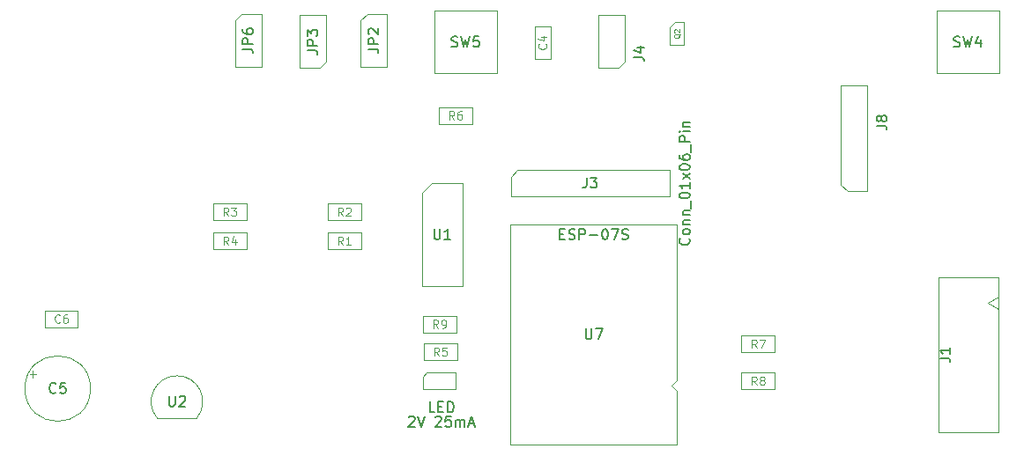
<source format=gbr>
%TF.GenerationSoftware,KiCad,Pcbnew,9.0.3*%
%TF.CreationDate,2025-07-30T11:35:09+02:00*%
%TF.ProjectId,TPOneBoard,54504f6e-6542-46f6-9172-642e6b696361,rev?*%
%TF.SameCoordinates,Original*%
%TF.FileFunction,AssemblyDrawing,Top*%
%FSLAX46Y46*%
G04 Gerber Fmt 4.6, Leading zero omitted, Abs format (unit mm)*
G04 Created by KiCad (PCBNEW 9.0.3) date 2025-07-30 11:35:09*
%MOMM*%
%LPD*%
G01*
G04 APERTURE LIST*
%ADD10C,0.120000*%
%ADD11C,0.150000*%
%ADD12C,0.075000*%
%ADD13C,0.100000*%
G04 APERTURE END LIST*
D10*
X178006667Y-105850855D02*
X177740000Y-105469902D01*
X177549524Y-105850855D02*
X177549524Y-105050855D01*
X177549524Y-105050855D02*
X177854286Y-105050855D01*
X177854286Y-105050855D02*
X177930476Y-105088950D01*
X177930476Y-105088950D02*
X177968571Y-105127045D01*
X177968571Y-105127045D02*
X178006667Y-105203236D01*
X178006667Y-105203236D02*
X178006667Y-105317521D01*
X178006667Y-105317521D02*
X177968571Y-105393712D01*
X177968571Y-105393712D02*
X177930476Y-105431807D01*
X177930476Y-105431807D02*
X177854286Y-105469902D01*
X177854286Y-105469902D02*
X177549524Y-105469902D01*
X178768571Y-105850855D02*
X178311428Y-105850855D01*
X178540000Y-105850855D02*
X178540000Y-105050855D01*
X178540000Y-105050855D02*
X178463809Y-105165140D01*
X178463809Y-105165140D02*
X178387619Y-105241331D01*
X178387619Y-105241331D02*
X178311428Y-105279426D01*
X197503664Y-86531832D02*
X197541760Y-86569928D01*
X197541760Y-86569928D02*
X197579855Y-86684213D01*
X197579855Y-86684213D02*
X197579855Y-86760404D01*
X197579855Y-86760404D02*
X197541760Y-86874690D01*
X197541760Y-86874690D02*
X197465569Y-86950880D01*
X197465569Y-86950880D02*
X197389379Y-86988975D01*
X197389379Y-86988975D02*
X197236998Y-87027071D01*
X197236998Y-87027071D02*
X197122712Y-87027071D01*
X197122712Y-87027071D02*
X196970331Y-86988975D01*
X196970331Y-86988975D02*
X196894140Y-86950880D01*
X196894140Y-86950880D02*
X196817950Y-86874690D01*
X196817950Y-86874690D02*
X196779855Y-86760404D01*
X196779855Y-86760404D02*
X196779855Y-86684213D01*
X196779855Y-86684213D02*
X196817950Y-86569928D01*
X196817950Y-86569928D02*
X196856045Y-86531832D01*
X197046521Y-85846118D02*
X197579855Y-85846118D01*
X196741760Y-86036594D02*
X197313188Y-86227071D01*
X197313188Y-86227071D02*
X197313188Y-85731832D01*
D11*
X168349819Y-87016333D02*
X169064104Y-87016333D01*
X169064104Y-87016333D02*
X169206961Y-87063952D01*
X169206961Y-87063952D02*
X169302200Y-87159190D01*
X169302200Y-87159190D02*
X169349819Y-87302047D01*
X169349819Y-87302047D02*
X169349819Y-87397285D01*
X169349819Y-86540142D02*
X168349819Y-86540142D01*
X168349819Y-86540142D02*
X168349819Y-86159190D01*
X168349819Y-86159190D02*
X168397438Y-86063952D01*
X168397438Y-86063952D02*
X168445057Y-86016333D01*
X168445057Y-86016333D02*
X168540295Y-85968714D01*
X168540295Y-85968714D02*
X168683152Y-85968714D01*
X168683152Y-85968714D02*
X168778390Y-86016333D01*
X168778390Y-86016333D02*
X168826009Y-86063952D01*
X168826009Y-86063952D02*
X168873628Y-86159190D01*
X168873628Y-86159190D02*
X168873628Y-86540142D01*
X168349819Y-85111571D02*
X168349819Y-85302047D01*
X168349819Y-85302047D02*
X168397438Y-85397285D01*
X168397438Y-85397285D02*
X168445057Y-85444904D01*
X168445057Y-85444904D02*
X168587914Y-85540142D01*
X168587914Y-85540142D02*
X168778390Y-85587761D01*
X168778390Y-85587761D02*
X169159342Y-85587761D01*
X169159342Y-85587761D02*
X169254580Y-85540142D01*
X169254580Y-85540142D02*
X169302200Y-85492523D01*
X169302200Y-85492523D02*
X169349819Y-85397285D01*
X169349819Y-85397285D02*
X169349819Y-85206809D01*
X169349819Y-85206809D02*
X169302200Y-85111571D01*
X169302200Y-85111571D02*
X169254580Y-85063952D01*
X169254580Y-85063952D02*
X169159342Y-85016333D01*
X169159342Y-85016333D02*
X168921247Y-85016333D01*
X168921247Y-85016333D02*
X168826009Y-85063952D01*
X168826009Y-85063952D02*
X168778390Y-85111571D01*
X168778390Y-85111571D02*
X168730771Y-85206809D01*
X168730771Y-85206809D02*
X168730771Y-85397285D01*
X168730771Y-85397285D02*
X168778390Y-85492523D01*
X168778390Y-85492523D02*
X168826009Y-85540142D01*
X168826009Y-85540142D02*
X168921247Y-85587761D01*
D10*
X167009667Y-103056855D02*
X166743000Y-102675902D01*
X166552524Y-103056855D02*
X166552524Y-102256855D01*
X166552524Y-102256855D02*
X166857286Y-102256855D01*
X166857286Y-102256855D02*
X166933476Y-102294950D01*
X166933476Y-102294950D02*
X166971571Y-102333045D01*
X166971571Y-102333045D02*
X167009667Y-102409236D01*
X167009667Y-102409236D02*
X167009667Y-102523521D01*
X167009667Y-102523521D02*
X166971571Y-102599712D01*
X166971571Y-102599712D02*
X166933476Y-102637807D01*
X166933476Y-102637807D02*
X166857286Y-102675902D01*
X166857286Y-102675902D02*
X166552524Y-102675902D01*
X167276333Y-102256855D02*
X167771571Y-102256855D01*
X167771571Y-102256855D02*
X167504905Y-102561617D01*
X167504905Y-102561617D02*
X167619190Y-102561617D01*
X167619190Y-102561617D02*
X167695381Y-102599712D01*
X167695381Y-102599712D02*
X167733476Y-102637807D01*
X167733476Y-102637807D02*
X167771571Y-102713998D01*
X167771571Y-102713998D02*
X167771571Y-102904474D01*
X167771571Y-102904474D02*
X167733476Y-102980664D01*
X167733476Y-102980664D02*
X167695381Y-103018760D01*
X167695381Y-103018760D02*
X167619190Y-103056855D01*
X167619190Y-103056855D02*
X167390619Y-103056855D01*
X167390619Y-103056855D02*
X167314428Y-103018760D01*
X167314428Y-103018760D02*
X167276333Y-102980664D01*
D11*
X150435333Y-120027580D02*
X150387714Y-120075200D01*
X150387714Y-120075200D02*
X150244857Y-120122819D01*
X150244857Y-120122819D02*
X150149619Y-120122819D01*
X150149619Y-120122819D02*
X150006762Y-120075200D01*
X150006762Y-120075200D02*
X149911524Y-119979961D01*
X149911524Y-119979961D02*
X149863905Y-119884723D01*
X149863905Y-119884723D02*
X149816286Y-119694247D01*
X149816286Y-119694247D02*
X149816286Y-119551390D01*
X149816286Y-119551390D02*
X149863905Y-119360914D01*
X149863905Y-119360914D02*
X149911524Y-119265676D01*
X149911524Y-119265676D02*
X150006762Y-119170438D01*
X150006762Y-119170438D02*
X150149619Y-119122819D01*
X150149619Y-119122819D02*
X150244857Y-119122819D01*
X150244857Y-119122819D02*
X150387714Y-119170438D01*
X150387714Y-119170438D02*
X150435333Y-119218057D01*
X151340095Y-119122819D02*
X150863905Y-119122819D01*
X150863905Y-119122819D02*
X150816286Y-119599009D01*
X150816286Y-119599009D02*
X150863905Y-119551390D01*
X150863905Y-119551390D02*
X150959143Y-119503771D01*
X150959143Y-119503771D02*
X151197238Y-119503771D01*
X151197238Y-119503771D02*
X151292476Y-119551390D01*
X151292476Y-119551390D02*
X151340095Y-119599009D01*
X151340095Y-119599009D02*
X151387714Y-119694247D01*
X151387714Y-119694247D02*
X151387714Y-119932342D01*
X151387714Y-119932342D02*
X151340095Y-120027580D01*
X151340095Y-120027580D02*
X151292476Y-120075200D01*
X151292476Y-120075200D02*
X151197238Y-120122819D01*
X151197238Y-120122819D02*
X150959143Y-120122819D01*
X150959143Y-120122819D02*
X150863905Y-120075200D01*
X150863905Y-120075200D02*
X150816286Y-120027580D01*
D10*
X217765667Y-115756855D02*
X217499000Y-115375902D01*
X217308524Y-115756855D02*
X217308524Y-114956855D01*
X217308524Y-114956855D02*
X217613286Y-114956855D01*
X217613286Y-114956855D02*
X217689476Y-114994950D01*
X217689476Y-114994950D02*
X217727571Y-115033045D01*
X217727571Y-115033045D02*
X217765667Y-115109236D01*
X217765667Y-115109236D02*
X217765667Y-115223521D01*
X217765667Y-115223521D02*
X217727571Y-115299712D01*
X217727571Y-115299712D02*
X217689476Y-115337807D01*
X217689476Y-115337807D02*
X217613286Y-115375902D01*
X217613286Y-115375902D02*
X217308524Y-115375902D01*
X218032333Y-114956855D02*
X218565667Y-114956855D01*
X218565667Y-114956855D02*
X218222809Y-115756855D01*
D11*
X161300095Y-120372819D02*
X161300095Y-121182342D01*
X161300095Y-121182342D02*
X161347714Y-121277580D01*
X161347714Y-121277580D02*
X161395333Y-121325200D01*
X161395333Y-121325200D02*
X161490571Y-121372819D01*
X161490571Y-121372819D02*
X161681047Y-121372819D01*
X161681047Y-121372819D02*
X161776285Y-121325200D01*
X161776285Y-121325200D02*
X161823904Y-121277580D01*
X161823904Y-121277580D02*
X161871523Y-121182342D01*
X161871523Y-121182342D02*
X161871523Y-120372819D01*
X162300095Y-120468057D02*
X162347714Y-120420438D01*
X162347714Y-120420438D02*
X162442952Y-120372819D01*
X162442952Y-120372819D02*
X162681047Y-120372819D01*
X162681047Y-120372819D02*
X162776285Y-120420438D01*
X162776285Y-120420438D02*
X162823904Y-120468057D01*
X162823904Y-120468057D02*
X162871523Y-120563295D01*
X162871523Y-120563295D02*
X162871523Y-120658533D01*
X162871523Y-120658533D02*
X162823904Y-120801390D01*
X162823904Y-120801390D02*
X162252476Y-121372819D01*
X162252476Y-121372819D02*
X162871523Y-121372819D01*
X186782333Y-104317566D02*
X186782333Y-105110900D01*
X186782333Y-105110900D02*
X186829000Y-105204233D01*
X186829000Y-105204233D02*
X186875666Y-105250900D01*
X186875666Y-105250900D02*
X186969000Y-105297566D01*
X186969000Y-105297566D02*
X187155666Y-105297566D01*
X187155666Y-105297566D02*
X187249000Y-105250900D01*
X187249000Y-105250900D02*
X187295666Y-105204233D01*
X187295666Y-105204233D02*
X187342333Y-105110900D01*
X187342333Y-105110900D02*
X187342333Y-104317566D01*
X188322333Y-105297566D02*
X187762333Y-105297566D01*
X188042333Y-105297566D02*
X188042333Y-104317566D01*
X188042333Y-104317566D02*
X187949000Y-104457566D01*
X187949000Y-104457566D02*
X187855667Y-104550900D01*
X187855667Y-104550900D02*
X187762333Y-104597566D01*
X229264819Y-94393333D02*
X229979104Y-94393333D01*
X229979104Y-94393333D02*
X230121961Y-94440952D01*
X230121961Y-94440952D02*
X230217200Y-94536190D01*
X230217200Y-94536190D02*
X230264819Y-94679047D01*
X230264819Y-94679047D02*
X230264819Y-94774285D01*
X229693390Y-93774285D02*
X229645771Y-93869523D01*
X229645771Y-93869523D02*
X229598152Y-93917142D01*
X229598152Y-93917142D02*
X229502914Y-93964761D01*
X229502914Y-93964761D02*
X229455295Y-93964761D01*
X229455295Y-93964761D02*
X229360057Y-93917142D01*
X229360057Y-93917142D02*
X229312438Y-93869523D01*
X229312438Y-93869523D02*
X229264819Y-93774285D01*
X229264819Y-93774285D02*
X229264819Y-93583809D01*
X229264819Y-93583809D02*
X229312438Y-93488571D01*
X229312438Y-93488571D02*
X229360057Y-93440952D01*
X229360057Y-93440952D02*
X229455295Y-93393333D01*
X229455295Y-93393333D02*
X229502914Y-93393333D01*
X229502914Y-93393333D02*
X229598152Y-93440952D01*
X229598152Y-93440952D02*
X229645771Y-93488571D01*
X229645771Y-93488571D02*
X229693390Y-93583809D01*
X229693390Y-93583809D02*
X229693390Y-93774285D01*
X229693390Y-93774285D02*
X229741009Y-93869523D01*
X229741009Y-93869523D02*
X229788628Y-93917142D01*
X229788628Y-93917142D02*
X229883866Y-93964761D01*
X229883866Y-93964761D02*
X230074342Y-93964761D01*
X230074342Y-93964761D02*
X230169580Y-93917142D01*
X230169580Y-93917142D02*
X230217200Y-93869523D01*
X230217200Y-93869523D02*
X230264819Y-93774285D01*
X230264819Y-93774285D02*
X230264819Y-93583809D01*
X230264819Y-93583809D02*
X230217200Y-93488571D01*
X230217200Y-93488571D02*
X230169580Y-93440952D01*
X230169580Y-93440952D02*
X230074342Y-93393333D01*
X230074342Y-93393333D02*
X229883866Y-93393333D01*
X229883866Y-93393333D02*
X229788628Y-93440952D01*
X229788628Y-93440952D02*
X229741009Y-93488571D01*
X229741009Y-93488571D02*
X229693390Y-93583809D01*
D10*
X217757667Y-119312855D02*
X217491000Y-118931902D01*
X217300524Y-119312855D02*
X217300524Y-118512855D01*
X217300524Y-118512855D02*
X217605286Y-118512855D01*
X217605286Y-118512855D02*
X217681476Y-118550950D01*
X217681476Y-118550950D02*
X217719571Y-118589045D01*
X217719571Y-118589045D02*
X217757667Y-118665236D01*
X217757667Y-118665236D02*
X217757667Y-118779521D01*
X217757667Y-118779521D02*
X217719571Y-118855712D01*
X217719571Y-118855712D02*
X217681476Y-118893807D01*
X217681476Y-118893807D02*
X217605286Y-118931902D01*
X217605286Y-118931902D02*
X217300524Y-118931902D01*
X218214809Y-118855712D02*
X218138619Y-118817617D01*
X218138619Y-118817617D02*
X218100524Y-118779521D01*
X218100524Y-118779521D02*
X218062428Y-118703331D01*
X218062428Y-118703331D02*
X218062428Y-118665236D01*
X218062428Y-118665236D02*
X218100524Y-118589045D01*
X218100524Y-118589045D02*
X218138619Y-118550950D01*
X218138619Y-118550950D02*
X218214809Y-118512855D01*
X218214809Y-118512855D02*
X218367190Y-118512855D01*
X218367190Y-118512855D02*
X218443381Y-118550950D01*
X218443381Y-118550950D02*
X218481476Y-118589045D01*
X218481476Y-118589045D02*
X218519571Y-118665236D01*
X218519571Y-118665236D02*
X218519571Y-118703331D01*
X218519571Y-118703331D02*
X218481476Y-118779521D01*
X218481476Y-118779521D02*
X218443381Y-118817617D01*
X218443381Y-118817617D02*
X218367190Y-118855712D01*
X218367190Y-118855712D02*
X218214809Y-118855712D01*
X218214809Y-118855712D02*
X218138619Y-118893807D01*
X218138619Y-118893807D02*
X218100524Y-118931902D01*
X218100524Y-118931902D02*
X218062428Y-119008093D01*
X218062428Y-119008093D02*
X218062428Y-119160474D01*
X218062428Y-119160474D02*
X218100524Y-119236664D01*
X218100524Y-119236664D02*
X218138619Y-119274760D01*
X218138619Y-119274760D02*
X218214809Y-119312855D01*
X218214809Y-119312855D02*
X218367190Y-119312855D01*
X218367190Y-119312855D02*
X218443381Y-119274760D01*
X218443381Y-119274760D02*
X218481476Y-119236664D01*
X218481476Y-119236664D02*
X218519571Y-119160474D01*
X218519571Y-119160474D02*
X218519571Y-119008093D01*
X218519571Y-119008093D02*
X218481476Y-118931902D01*
X218481476Y-118931902D02*
X218443381Y-118893807D01*
X218443381Y-118893807D02*
X218367190Y-118855712D01*
X178006667Y-103056855D02*
X177740000Y-102675902D01*
X177549524Y-103056855D02*
X177549524Y-102256855D01*
X177549524Y-102256855D02*
X177854286Y-102256855D01*
X177854286Y-102256855D02*
X177930476Y-102294950D01*
X177930476Y-102294950D02*
X177968571Y-102333045D01*
X177968571Y-102333045D02*
X178006667Y-102409236D01*
X178006667Y-102409236D02*
X178006667Y-102523521D01*
X178006667Y-102523521D02*
X177968571Y-102599712D01*
X177968571Y-102599712D02*
X177930476Y-102637807D01*
X177930476Y-102637807D02*
X177854286Y-102675902D01*
X177854286Y-102675902D02*
X177549524Y-102675902D01*
X178311428Y-102333045D02*
X178349524Y-102294950D01*
X178349524Y-102294950D02*
X178425714Y-102256855D01*
X178425714Y-102256855D02*
X178616190Y-102256855D01*
X178616190Y-102256855D02*
X178692381Y-102294950D01*
X178692381Y-102294950D02*
X178730476Y-102333045D01*
X178730476Y-102333045D02*
X178768571Y-102409236D01*
X178768571Y-102409236D02*
X178768571Y-102485426D01*
X178768571Y-102485426D02*
X178730476Y-102599712D01*
X178730476Y-102599712D02*
X178273333Y-103056855D01*
X178273333Y-103056855D02*
X178768571Y-103056855D01*
D11*
X205941819Y-87786333D02*
X206656104Y-87786333D01*
X206656104Y-87786333D02*
X206798961Y-87833952D01*
X206798961Y-87833952D02*
X206894200Y-87929190D01*
X206894200Y-87929190D02*
X206941819Y-88072047D01*
X206941819Y-88072047D02*
X206941819Y-88167285D01*
X206275152Y-86881571D02*
X206941819Y-86881571D01*
X205894200Y-87119666D02*
X206608485Y-87357761D01*
X206608485Y-87357761D02*
X206608485Y-86738714D01*
X236701667Y-86753200D02*
X236844524Y-86800819D01*
X236844524Y-86800819D02*
X237082619Y-86800819D01*
X237082619Y-86800819D02*
X237177857Y-86753200D01*
X237177857Y-86753200D02*
X237225476Y-86705580D01*
X237225476Y-86705580D02*
X237273095Y-86610342D01*
X237273095Y-86610342D02*
X237273095Y-86515104D01*
X237273095Y-86515104D02*
X237225476Y-86419866D01*
X237225476Y-86419866D02*
X237177857Y-86372247D01*
X237177857Y-86372247D02*
X237082619Y-86324628D01*
X237082619Y-86324628D02*
X236892143Y-86277009D01*
X236892143Y-86277009D02*
X236796905Y-86229390D01*
X236796905Y-86229390D02*
X236749286Y-86181771D01*
X236749286Y-86181771D02*
X236701667Y-86086533D01*
X236701667Y-86086533D02*
X236701667Y-85991295D01*
X236701667Y-85991295D02*
X236749286Y-85896057D01*
X236749286Y-85896057D02*
X236796905Y-85848438D01*
X236796905Y-85848438D02*
X236892143Y-85800819D01*
X236892143Y-85800819D02*
X237130238Y-85800819D01*
X237130238Y-85800819D02*
X237273095Y-85848438D01*
X237606429Y-85800819D02*
X237844524Y-86800819D01*
X237844524Y-86800819D02*
X238035000Y-86086533D01*
X238035000Y-86086533D02*
X238225476Y-86800819D01*
X238225476Y-86800819D02*
X238463572Y-85800819D01*
X239273095Y-86134152D02*
X239273095Y-86800819D01*
X239035000Y-85753200D02*
X238796905Y-86467485D01*
X238796905Y-86467485D02*
X239415952Y-86467485D01*
D10*
X167009667Y-105850855D02*
X166743000Y-105469902D01*
X166552524Y-105850855D02*
X166552524Y-105050855D01*
X166552524Y-105050855D02*
X166857286Y-105050855D01*
X166857286Y-105050855D02*
X166933476Y-105088950D01*
X166933476Y-105088950D02*
X166971571Y-105127045D01*
X166971571Y-105127045D02*
X167009667Y-105203236D01*
X167009667Y-105203236D02*
X167009667Y-105317521D01*
X167009667Y-105317521D02*
X166971571Y-105393712D01*
X166971571Y-105393712D02*
X166933476Y-105431807D01*
X166933476Y-105431807D02*
X166857286Y-105469902D01*
X166857286Y-105469902D02*
X166552524Y-105469902D01*
X167695381Y-105317521D02*
X167695381Y-105850855D01*
X167504905Y-105012760D02*
X167314428Y-105584188D01*
X167314428Y-105584188D02*
X167809667Y-105584188D01*
D11*
X174572819Y-87143333D02*
X175287104Y-87143333D01*
X175287104Y-87143333D02*
X175429961Y-87190952D01*
X175429961Y-87190952D02*
X175525200Y-87286190D01*
X175525200Y-87286190D02*
X175572819Y-87429047D01*
X175572819Y-87429047D02*
X175572819Y-87524285D01*
X175572819Y-86667142D02*
X174572819Y-86667142D01*
X174572819Y-86667142D02*
X174572819Y-86286190D01*
X174572819Y-86286190D02*
X174620438Y-86190952D01*
X174620438Y-86190952D02*
X174668057Y-86143333D01*
X174668057Y-86143333D02*
X174763295Y-86095714D01*
X174763295Y-86095714D02*
X174906152Y-86095714D01*
X174906152Y-86095714D02*
X175001390Y-86143333D01*
X175001390Y-86143333D02*
X175049009Y-86190952D01*
X175049009Y-86190952D02*
X175096628Y-86286190D01*
X175096628Y-86286190D02*
X175096628Y-86667142D01*
X174572819Y-85762380D02*
X174572819Y-85143333D01*
X174572819Y-85143333D02*
X174953771Y-85476666D01*
X174953771Y-85476666D02*
X174953771Y-85333809D01*
X174953771Y-85333809D02*
X175001390Y-85238571D01*
X175001390Y-85238571D02*
X175049009Y-85190952D01*
X175049009Y-85190952D02*
X175144247Y-85143333D01*
X175144247Y-85143333D02*
X175382342Y-85143333D01*
X175382342Y-85143333D02*
X175477580Y-85190952D01*
X175477580Y-85190952D02*
X175525200Y-85238571D01*
X175525200Y-85238571D02*
X175572819Y-85333809D01*
X175572819Y-85333809D02*
X175572819Y-85619523D01*
X175572819Y-85619523D02*
X175525200Y-85714761D01*
X175525200Y-85714761D02*
X175477580Y-85762380D01*
D12*
X210384028Y-85580619D02*
X210360219Y-85628238D01*
X210360219Y-85628238D02*
X210312600Y-85675857D01*
X210312600Y-85675857D02*
X210241171Y-85747285D01*
X210241171Y-85747285D02*
X210217361Y-85794904D01*
X210217361Y-85794904D02*
X210217361Y-85842523D01*
X210336409Y-85818714D02*
X210312600Y-85866333D01*
X210312600Y-85866333D02*
X210264980Y-85913952D01*
X210264980Y-85913952D02*
X210169742Y-85937761D01*
X210169742Y-85937761D02*
X210003076Y-85937761D01*
X210003076Y-85937761D02*
X209907838Y-85913952D01*
X209907838Y-85913952D02*
X209860219Y-85866333D01*
X209860219Y-85866333D02*
X209836409Y-85818714D01*
X209836409Y-85818714D02*
X209836409Y-85723476D01*
X209836409Y-85723476D02*
X209860219Y-85675857D01*
X209860219Y-85675857D02*
X209907838Y-85628238D01*
X209907838Y-85628238D02*
X210003076Y-85604428D01*
X210003076Y-85604428D02*
X210169742Y-85604428D01*
X210169742Y-85604428D02*
X210264980Y-85628238D01*
X210264980Y-85628238D02*
X210312600Y-85675857D01*
X210312600Y-85675857D02*
X210336409Y-85723476D01*
X210336409Y-85723476D02*
X210336409Y-85818714D01*
X209884028Y-85413951D02*
X209860219Y-85390142D01*
X209860219Y-85390142D02*
X209836409Y-85342523D01*
X209836409Y-85342523D02*
X209836409Y-85223475D01*
X209836409Y-85223475D02*
X209860219Y-85175856D01*
X209860219Y-85175856D02*
X209884028Y-85152047D01*
X209884028Y-85152047D02*
X209931647Y-85128237D01*
X209931647Y-85128237D02*
X209979266Y-85128237D01*
X209979266Y-85128237D02*
X210050695Y-85152047D01*
X210050695Y-85152047D02*
X210336409Y-85437761D01*
X210336409Y-85437761D02*
X210336409Y-85128237D01*
D11*
X188441667Y-86753200D02*
X188584524Y-86800819D01*
X188584524Y-86800819D02*
X188822619Y-86800819D01*
X188822619Y-86800819D02*
X188917857Y-86753200D01*
X188917857Y-86753200D02*
X188965476Y-86705580D01*
X188965476Y-86705580D02*
X189013095Y-86610342D01*
X189013095Y-86610342D02*
X189013095Y-86515104D01*
X189013095Y-86515104D02*
X188965476Y-86419866D01*
X188965476Y-86419866D02*
X188917857Y-86372247D01*
X188917857Y-86372247D02*
X188822619Y-86324628D01*
X188822619Y-86324628D02*
X188632143Y-86277009D01*
X188632143Y-86277009D02*
X188536905Y-86229390D01*
X188536905Y-86229390D02*
X188489286Y-86181771D01*
X188489286Y-86181771D02*
X188441667Y-86086533D01*
X188441667Y-86086533D02*
X188441667Y-85991295D01*
X188441667Y-85991295D02*
X188489286Y-85896057D01*
X188489286Y-85896057D02*
X188536905Y-85848438D01*
X188536905Y-85848438D02*
X188632143Y-85800819D01*
X188632143Y-85800819D02*
X188870238Y-85800819D01*
X188870238Y-85800819D02*
X189013095Y-85848438D01*
X189346429Y-85800819D02*
X189584524Y-86800819D01*
X189584524Y-86800819D02*
X189775000Y-86086533D01*
X189775000Y-86086533D02*
X189965476Y-86800819D01*
X189965476Y-86800819D02*
X190203572Y-85800819D01*
X191060714Y-85800819D02*
X190584524Y-85800819D01*
X190584524Y-85800819D02*
X190536905Y-86277009D01*
X190536905Y-86277009D02*
X190584524Y-86229390D01*
X190584524Y-86229390D02*
X190679762Y-86181771D01*
X190679762Y-86181771D02*
X190917857Y-86181771D01*
X190917857Y-86181771D02*
X191013095Y-86229390D01*
X191013095Y-86229390D02*
X191060714Y-86277009D01*
X191060714Y-86277009D02*
X191108333Y-86372247D01*
X191108333Y-86372247D02*
X191108333Y-86610342D01*
X191108333Y-86610342D02*
X191060714Y-86705580D01*
X191060714Y-86705580D02*
X191013095Y-86753200D01*
X191013095Y-86753200D02*
X190917857Y-86800819D01*
X190917857Y-86800819D02*
X190679762Y-86800819D01*
X190679762Y-86800819D02*
X190584524Y-86753200D01*
X190584524Y-86753200D02*
X190536905Y-86705580D01*
D10*
X150816167Y-113267664D02*
X150778071Y-113305760D01*
X150778071Y-113305760D02*
X150663786Y-113343855D01*
X150663786Y-113343855D02*
X150587595Y-113343855D01*
X150587595Y-113343855D02*
X150473309Y-113305760D01*
X150473309Y-113305760D02*
X150397119Y-113229569D01*
X150397119Y-113229569D02*
X150359024Y-113153379D01*
X150359024Y-113153379D02*
X150320928Y-113000998D01*
X150320928Y-113000998D02*
X150320928Y-112886712D01*
X150320928Y-112886712D02*
X150359024Y-112734331D01*
X150359024Y-112734331D02*
X150397119Y-112658140D01*
X150397119Y-112658140D02*
X150473309Y-112581950D01*
X150473309Y-112581950D02*
X150587595Y-112543855D01*
X150587595Y-112543855D02*
X150663786Y-112543855D01*
X150663786Y-112543855D02*
X150778071Y-112581950D01*
X150778071Y-112581950D02*
X150816167Y-112620045D01*
X151501881Y-112543855D02*
X151349500Y-112543855D01*
X151349500Y-112543855D02*
X151273309Y-112581950D01*
X151273309Y-112581950D02*
X151235214Y-112620045D01*
X151235214Y-112620045D02*
X151159024Y-112734331D01*
X151159024Y-112734331D02*
X151120928Y-112886712D01*
X151120928Y-112886712D02*
X151120928Y-113191474D01*
X151120928Y-113191474D02*
X151159024Y-113267664D01*
X151159024Y-113267664D02*
X151197119Y-113305760D01*
X151197119Y-113305760D02*
X151273309Y-113343855D01*
X151273309Y-113343855D02*
X151425690Y-113343855D01*
X151425690Y-113343855D02*
X151501881Y-113305760D01*
X151501881Y-113305760D02*
X151539976Y-113267664D01*
X151539976Y-113267664D02*
X151578071Y-113191474D01*
X151578071Y-113191474D02*
X151578071Y-113000998D01*
X151578071Y-113000998D02*
X151539976Y-112924807D01*
X151539976Y-112924807D02*
X151501881Y-112886712D01*
X151501881Y-112886712D02*
X151425690Y-112848617D01*
X151425690Y-112848617D02*
X151273309Y-112848617D01*
X151273309Y-112848617D02*
X151197119Y-112886712D01*
X151197119Y-112886712D02*
X151159024Y-112924807D01*
X151159024Y-112924807D02*
X151120928Y-113000998D01*
D11*
X180414819Y-87016333D02*
X181129104Y-87016333D01*
X181129104Y-87016333D02*
X181271961Y-87063952D01*
X181271961Y-87063952D02*
X181367200Y-87159190D01*
X181367200Y-87159190D02*
X181414819Y-87302047D01*
X181414819Y-87302047D02*
X181414819Y-87397285D01*
X181414819Y-86540142D02*
X180414819Y-86540142D01*
X180414819Y-86540142D02*
X180414819Y-86159190D01*
X180414819Y-86159190D02*
X180462438Y-86063952D01*
X180462438Y-86063952D02*
X180510057Y-86016333D01*
X180510057Y-86016333D02*
X180605295Y-85968714D01*
X180605295Y-85968714D02*
X180748152Y-85968714D01*
X180748152Y-85968714D02*
X180843390Y-86016333D01*
X180843390Y-86016333D02*
X180891009Y-86063952D01*
X180891009Y-86063952D02*
X180938628Y-86159190D01*
X180938628Y-86159190D02*
X180938628Y-86540142D01*
X180510057Y-85587761D02*
X180462438Y-85540142D01*
X180462438Y-85540142D02*
X180414819Y-85444904D01*
X180414819Y-85444904D02*
X180414819Y-85206809D01*
X180414819Y-85206809D02*
X180462438Y-85111571D01*
X180462438Y-85111571D02*
X180510057Y-85063952D01*
X180510057Y-85063952D02*
X180605295Y-85016333D01*
X180605295Y-85016333D02*
X180700533Y-85016333D01*
X180700533Y-85016333D02*
X180843390Y-85063952D01*
X180843390Y-85063952D02*
X181414819Y-85635380D01*
X181414819Y-85635380D02*
X181414819Y-85016333D01*
X235356819Y-116751333D02*
X236071104Y-116751333D01*
X236071104Y-116751333D02*
X236213961Y-116798952D01*
X236213961Y-116798952D02*
X236309200Y-116894190D01*
X236309200Y-116894190D02*
X236356819Y-117037047D01*
X236356819Y-117037047D02*
X236356819Y-117132285D01*
X236356819Y-115751333D02*
X236356819Y-116322761D01*
X236356819Y-116037047D02*
X235356819Y-116037047D01*
X235356819Y-116037047D02*
X235499676Y-116132285D01*
X235499676Y-116132285D02*
X235594914Y-116227523D01*
X235594914Y-116227523D02*
X235642533Y-116322761D01*
X211231580Y-105227524D02*
X211279200Y-105275143D01*
X211279200Y-105275143D02*
X211326819Y-105418000D01*
X211326819Y-105418000D02*
X211326819Y-105513238D01*
X211326819Y-105513238D02*
X211279200Y-105656095D01*
X211279200Y-105656095D02*
X211183961Y-105751333D01*
X211183961Y-105751333D02*
X211088723Y-105798952D01*
X211088723Y-105798952D02*
X210898247Y-105846571D01*
X210898247Y-105846571D02*
X210755390Y-105846571D01*
X210755390Y-105846571D02*
X210564914Y-105798952D01*
X210564914Y-105798952D02*
X210469676Y-105751333D01*
X210469676Y-105751333D02*
X210374438Y-105656095D01*
X210374438Y-105656095D02*
X210326819Y-105513238D01*
X210326819Y-105513238D02*
X210326819Y-105418000D01*
X210326819Y-105418000D02*
X210374438Y-105275143D01*
X210374438Y-105275143D02*
X210422057Y-105227524D01*
X211326819Y-104656095D02*
X211279200Y-104751333D01*
X211279200Y-104751333D02*
X211231580Y-104798952D01*
X211231580Y-104798952D02*
X211136342Y-104846571D01*
X211136342Y-104846571D02*
X210850628Y-104846571D01*
X210850628Y-104846571D02*
X210755390Y-104798952D01*
X210755390Y-104798952D02*
X210707771Y-104751333D01*
X210707771Y-104751333D02*
X210660152Y-104656095D01*
X210660152Y-104656095D02*
X210660152Y-104513238D01*
X210660152Y-104513238D02*
X210707771Y-104418000D01*
X210707771Y-104418000D02*
X210755390Y-104370381D01*
X210755390Y-104370381D02*
X210850628Y-104322762D01*
X210850628Y-104322762D02*
X211136342Y-104322762D01*
X211136342Y-104322762D02*
X211231580Y-104370381D01*
X211231580Y-104370381D02*
X211279200Y-104418000D01*
X211279200Y-104418000D02*
X211326819Y-104513238D01*
X211326819Y-104513238D02*
X211326819Y-104656095D01*
X210660152Y-103894190D02*
X211326819Y-103894190D01*
X210755390Y-103894190D02*
X210707771Y-103846571D01*
X210707771Y-103846571D02*
X210660152Y-103751333D01*
X210660152Y-103751333D02*
X210660152Y-103608476D01*
X210660152Y-103608476D02*
X210707771Y-103513238D01*
X210707771Y-103513238D02*
X210803009Y-103465619D01*
X210803009Y-103465619D02*
X211326819Y-103465619D01*
X210660152Y-102989428D02*
X211326819Y-102989428D01*
X210755390Y-102989428D02*
X210707771Y-102941809D01*
X210707771Y-102941809D02*
X210660152Y-102846571D01*
X210660152Y-102846571D02*
X210660152Y-102703714D01*
X210660152Y-102703714D02*
X210707771Y-102608476D01*
X210707771Y-102608476D02*
X210803009Y-102560857D01*
X210803009Y-102560857D02*
X211326819Y-102560857D01*
X211422057Y-102322762D02*
X211422057Y-101560857D01*
X210326819Y-101132285D02*
X210326819Y-101037047D01*
X210326819Y-101037047D02*
X210374438Y-100941809D01*
X210374438Y-100941809D02*
X210422057Y-100894190D01*
X210422057Y-100894190D02*
X210517295Y-100846571D01*
X210517295Y-100846571D02*
X210707771Y-100798952D01*
X210707771Y-100798952D02*
X210945866Y-100798952D01*
X210945866Y-100798952D02*
X211136342Y-100846571D01*
X211136342Y-100846571D02*
X211231580Y-100894190D01*
X211231580Y-100894190D02*
X211279200Y-100941809D01*
X211279200Y-100941809D02*
X211326819Y-101037047D01*
X211326819Y-101037047D02*
X211326819Y-101132285D01*
X211326819Y-101132285D02*
X211279200Y-101227523D01*
X211279200Y-101227523D02*
X211231580Y-101275142D01*
X211231580Y-101275142D02*
X211136342Y-101322761D01*
X211136342Y-101322761D02*
X210945866Y-101370380D01*
X210945866Y-101370380D02*
X210707771Y-101370380D01*
X210707771Y-101370380D02*
X210517295Y-101322761D01*
X210517295Y-101322761D02*
X210422057Y-101275142D01*
X210422057Y-101275142D02*
X210374438Y-101227523D01*
X210374438Y-101227523D02*
X210326819Y-101132285D01*
X211326819Y-99846571D02*
X211326819Y-100417999D01*
X211326819Y-100132285D02*
X210326819Y-100132285D01*
X210326819Y-100132285D02*
X210469676Y-100227523D01*
X210469676Y-100227523D02*
X210564914Y-100322761D01*
X210564914Y-100322761D02*
X210612533Y-100417999D01*
X211326819Y-99513237D02*
X210660152Y-98989428D01*
X210660152Y-99513237D02*
X211326819Y-98989428D01*
X210326819Y-98417999D02*
X210326819Y-98322761D01*
X210326819Y-98322761D02*
X210374438Y-98227523D01*
X210374438Y-98227523D02*
X210422057Y-98179904D01*
X210422057Y-98179904D02*
X210517295Y-98132285D01*
X210517295Y-98132285D02*
X210707771Y-98084666D01*
X210707771Y-98084666D02*
X210945866Y-98084666D01*
X210945866Y-98084666D02*
X211136342Y-98132285D01*
X211136342Y-98132285D02*
X211231580Y-98179904D01*
X211231580Y-98179904D02*
X211279200Y-98227523D01*
X211279200Y-98227523D02*
X211326819Y-98322761D01*
X211326819Y-98322761D02*
X211326819Y-98417999D01*
X211326819Y-98417999D02*
X211279200Y-98513237D01*
X211279200Y-98513237D02*
X211231580Y-98560856D01*
X211231580Y-98560856D02*
X211136342Y-98608475D01*
X211136342Y-98608475D02*
X210945866Y-98656094D01*
X210945866Y-98656094D02*
X210707771Y-98656094D01*
X210707771Y-98656094D02*
X210517295Y-98608475D01*
X210517295Y-98608475D02*
X210422057Y-98560856D01*
X210422057Y-98560856D02*
X210374438Y-98513237D01*
X210374438Y-98513237D02*
X210326819Y-98417999D01*
X210326819Y-97227523D02*
X210326819Y-97417999D01*
X210326819Y-97417999D02*
X210374438Y-97513237D01*
X210374438Y-97513237D02*
X210422057Y-97560856D01*
X210422057Y-97560856D02*
X210564914Y-97656094D01*
X210564914Y-97656094D02*
X210755390Y-97703713D01*
X210755390Y-97703713D02*
X211136342Y-97703713D01*
X211136342Y-97703713D02*
X211231580Y-97656094D01*
X211231580Y-97656094D02*
X211279200Y-97608475D01*
X211279200Y-97608475D02*
X211326819Y-97513237D01*
X211326819Y-97513237D02*
X211326819Y-97322761D01*
X211326819Y-97322761D02*
X211279200Y-97227523D01*
X211279200Y-97227523D02*
X211231580Y-97179904D01*
X211231580Y-97179904D02*
X211136342Y-97132285D01*
X211136342Y-97132285D02*
X210898247Y-97132285D01*
X210898247Y-97132285D02*
X210803009Y-97179904D01*
X210803009Y-97179904D02*
X210755390Y-97227523D01*
X210755390Y-97227523D02*
X210707771Y-97322761D01*
X210707771Y-97322761D02*
X210707771Y-97513237D01*
X210707771Y-97513237D02*
X210755390Y-97608475D01*
X210755390Y-97608475D02*
X210803009Y-97656094D01*
X210803009Y-97656094D02*
X210898247Y-97703713D01*
X211422057Y-96941809D02*
X211422057Y-96179904D01*
X211326819Y-95941808D02*
X210326819Y-95941808D01*
X210326819Y-95941808D02*
X210326819Y-95560856D01*
X210326819Y-95560856D02*
X210374438Y-95465618D01*
X210374438Y-95465618D02*
X210422057Y-95417999D01*
X210422057Y-95417999D02*
X210517295Y-95370380D01*
X210517295Y-95370380D02*
X210660152Y-95370380D01*
X210660152Y-95370380D02*
X210755390Y-95417999D01*
X210755390Y-95417999D02*
X210803009Y-95465618D01*
X210803009Y-95465618D02*
X210850628Y-95560856D01*
X210850628Y-95560856D02*
X210850628Y-95941808D01*
X211326819Y-94941808D02*
X210660152Y-94941808D01*
X210326819Y-94941808D02*
X210374438Y-94989427D01*
X210374438Y-94989427D02*
X210422057Y-94941808D01*
X210422057Y-94941808D02*
X210374438Y-94894189D01*
X210374438Y-94894189D02*
X210326819Y-94941808D01*
X210326819Y-94941808D02*
X210422057Y-94941808D01*
X210660152Y-94465618D02*
X211326819Y-94465618D01*
X210755390Y-94465618D02*
X210707771Y-94417999D01*
X210707771Y-94417999D02*
X210660152Y-94322761D01*
X210660152Y-94322761D02*
X210660152Y-94179904D01*
X210660152Y-94179904D02*
X210707771Y-94084666D01*
X210707771Y-94084666D02*
X210803009Y-94037047D01*
X210803009Y-94037047D02*
X211326819Y-94037047D01*
X201418666Y-99372819D02*
X201418666Y-100087104D01*
X201418666Y-100087104D02*
X201371047Y-100229961D01*
X201371047Y-100229961D02*
X201275809Y-100325200D01*
X201275809Y-100325200D02*
X201132952Y-100372819D01*
X201132952Y-100372819D02*
X201037714Y-100372819D01*
X201799619Y-99372819D02*
X202418666Y-99372819D01*
X202418666Y-99372819D02*
X202085333Y-99753771D01*
X202085333Y-99753771D02*
X202228190Y-99753771D01*
X202228190Y-99753771D02*
X202323428Y-99801390D01*
X202323428Y-99801390D02*
X202371047Y-99849009D01*
X202371047Y-99849009D02*
X202418666Y-99944247D01*
X202418666Y-99944247D02*
X202418666Y-100182342D01*
X202418666Y-100182342D02*
X202371047Y-100277580D01*
X202371047Y-100277580D02*
X202323428Y-100325200D01*
X202323428Y-100325200D02*
X202228190Y-100372819D01*
X202228190Y-100372819D02*
X201942476Y-100372819D01*
X201942476Y-100372819D02*
X201847238Y-100325200D01*
X201847238Y-100325200D02*
X201799619Y-100277580D01*
D10*
X187225667Y-116516855D02*
X186959000Y-116135902D01*
X186768524Y-116516855D02*
X186768524Y-115716855D01*
X186768524Y-115716855D02*
X187073286Y-115716855D01*
X187073286Y-115716855D02*
X187149476Y-115754950D01*
X187149476Y-115754950D02*
X187187571Y-115793045D01*
X187187571Y-115793045D02*
X187225667Y-115869236D01*
X187225667Y-115869236D02*
X187225667Y-115983521D01*
X187225667Y-115983521D02*
X187187571Y-116059712D01*
X187187571Y-116059712D02*
X187149476Y-116097807D01*
X187149476Y-116097807D02*
X187073286Y-116135902D01*
X187073286Y-116135902D02*
X186768524Y-116135902D01*
X187949476Y-115716855D02*
X187568524Y-115716855D01*
X187568524Y-115716855D02*
X187530428Y-116097807D01*
X187530428Y-116097807D02*
X187568524Y-116059712D01*
X187568524Y-116059712D02*
X187644714Y-116021617D01*
X187644714Y-116021617D02*
X187835190Y-116021617D01*
X187835190Y-116021617D02*
X187911381Y-116059712D01*
X187911381Y-116059712D02*
X187949476Y-116097807D01*
X187949476Y-116097807D02*
X187987571Y-116173998D01*
X187987571Y-116173998D02*
X187987571Y-116364474D01*
X187987571Y-116364474D02*
X187949476Y-116440664D01*
X187949476Y-116440664D02*
X187911381Y-116478760D01*
X187911381Y-116478760D02*
X187835190Y-116516855D01*
X187835190Y-116516855D02*
X187644714Y-116516855D01*
X187644714Y-116516855D02*
X187568524Y-116478760D01*
X187568524Y-116478760D02*
X187530428Y-116440664D01*
X188700667Y-93785855D02*
X188434000Y-93404902D01*
X188243524Y-93785855D02*
X188243524Y-92985855D01*
X188243524Y-92985855D02*
X188548286Y-92985855D01*
X188548286Y-92985855D02*
X188624476Y-93023950D01*
X188624476Y-93023950D02*
X188662571Y-93062045D01*
X188662571Y-93062045D02*
X188700667Y-93138236D01*
X188700667Y-93138236D02*
X188700667Y-93252521D01*
X188700667Y-93252521D02*
X188662571Y-93328712D01*
X188662571Y-93328712D02*
X188624476Y-93366807D01*
X188624476Y-93366807D02*
X188548286Y-93404902D01*
X188548286Y-93404902D02*
X188243524Y-93404902D01*
X189386381Y-92985855D02*
X189234000Y-92985855D01*
X189234000Y-92985855D02*
X189157809Y-93023950D01*
X189157809Y-93023950D02*
X189119714Y-93062045D01*
X189119714Y-93062045D02*
X189043524Y-93176331D01*
X189043524Y-93176331D02*
X189005428Y-93328712D01*
X189005428Y-93328712D02*
X189005428Y-93633474D01*
X189005428Y-93633474D02*
X189043524Y-93709664D01*
X189043524Y-93709664D02*
X189081619Y-93747760D01*
X189081619Y-93747760D02*
X189157809Y-93785855D01*
X189157809Y-93785855D02*
X189310190Y-93785855D01*
X189310190Y-93785855D02*
X189386381Y-93747760D01*
X189386381Y-93747760D02*
X189424476Y-93709664D01*
X189424476Y-93709664D02*
X189462571Y-93633474D01*
X189462571Y-93633474D02*
X189462571Y-93442998D01*
X189462571Y-93442998D02*
X189424476Y-93366807D01*
X189424476Y-93366807D02*
X189386381Y-93328712D01*
X189386381Y-93328712D02*
X189310190Y-93290617D01*
X189310190Y-93290617D02*
X189157809Y-93290617D01*
X189157809Y-93290617D02*
X189081619Y-93328712D01*
X189081619Y-93328712D02*
X189043524Y-93366807D01*
X189043524Y-93366807D02*
X189005428Y-93442998D01*
D11*
X198863905Y-104791009D02*
X199197238Y-104791009D01*
X199340095Y-105314819D02*
X198863905Y-105314819D01*
X198863905Y-105314819D02*
X198863905Y-104314819D01*
X198863905Y-104314819D02*
X199340095Y-104314819D01*
X199721048Y-105267200D02*
X199863905Y-105314819D01*
X199863905Y-105314819D02*
X200102000Y-105314819D01*
X200102000Y-105314819D02*
X200197238Y-105267200D01*
X200197238Y-105267200D02*
X200244857Y-105219580D01*
X200244857Y-105219580D02*
X200292476Y-105124342D01*
X200292476Y-105124342D02*
X200292476Y-105029104D01*
X200292476Y-105029104D02*
X200244857Y-104933866D01*
X200244857Y-104933866D02*
X200197238Y-104886247D01*
X200197238Y-104886247D02*
X200102000Y-104838628D01*
X200102000Y-104838628D02*
X199911524Y-104791009D01*
X199911524Y-104791009D02*
X199816286Y-104743390D01*
X199816286Y-104743390D02*
X199768667Y-104695771D01*
X199768667Y-104695771D02*
X199721048Y-104600533D01*
X199721048Y-104600533D02*
X199721048Y-104505295D01*
X199721048Y-104505295D02*
X199768667Y-104410057D01*
X199768667Y-104410057D02*
X199816286Y-104362438D01*
X199816286Y-104362438D02*
X199911524Y-104314819D01*
X199911524Y-104314819D02*
X200149619Y-104314819D01*
X200149619Y-104314819D02*
X200292476Y-104362438D01*
X200721048Y-105314819D02*
X200721048Y-104314819D01*
X200721048Y-104314819D02*
X201102000Y-104314819D01*
X201102000Y-104314819D02*
X201197238Y-104362438D01*
X201197238Y-104362438D02*
X201244857Y-104410057D01*
X201244857Y-104410057D02*
X201292476Y-104505295D01*
X201292476Y-104505295D02*
X201292476Y-104648152D01*
X201292476Y-104648152D02*
X201244857Y-104743390D01*
X201244857Y-104743390D02*
X201197238Y-104791009D01*
X201197238Y-104791009D02*
X201102000Y-104838628D01*
X201102000Y-104838628D02*
X200721048Y-104838628D01*
X201721048Y-104933866D02*
X202482953Y-104933866D01*
X203149619Y-104314819D02*
X203244857Y-104314819D01*
X203244857Y-104314819D02*
X203340095Y-104362438D01*
X203340095Y-104362438D02*
X203387714Y-104410057D01*
X203387714Y-104410057D02*
X203435333Y-104505295D01*
X203435333Y-104505295D02*
X203482952Y-104695771D01*
X203482952Y-104695771D02*
X203482952Y-104933866D01*
X203482952Y-104933866D02*
X203435333Y-105124342D01*
X203435333Y-105124342D02*
X203387714Y-105219580D01*
X203387714Y-105219580D02*
X203340095Y-105267200D01*
X203340095Y-105267200D02*
X203244857Y-105314819D01*
X203244857Y-105314819D02*
X203149619Y-105314819D01*
X203149619Y-105314819D02*
X203054381Y-105267200D01*
X203054381Y-105267200D02*
X203006762Y-105219580D01*
X203006762Y-105219580D02*
X202959143Y-105124342D01*
X202959143Y-105124342D02*
X202911524Y-104933866D01*
X202911524Y-104933866D02*
X202911524Y-104695771D01*
X202911524Y-104695771D02*
X202959143Y-104505295D01*
X202959143Y-104505295D02*
X203006762Y-104410057D01*
X203006762Y-104410057D02*
X203054381Y-104362438D01*
X203054381Y-104362438D02*
X203149619Y-104314819D01*
X203816286Y-104314819D02*
X204482952Y-104314819D01*
X204482952Y-104314819D02*
X204054381Y-105314819D01*
X204816286Y-105267200D02*
X204959143Y-105314819D01*
X204959143Y-105314819D02*
X205197238Y-105314819D01*
X205197238Y-105314819D02*
X205292476Y-105267200D01*
X205292476Y-105267200D02*
X205340095Y-105219580D01*
X205340095Y-105219580D02*
X205387714Y-105124342D01*
X205387714Y-105124342D02*
X205387714Y-105029104D01*
X205387714Y-105029104D02*
X205340095Y-104933866D01*
X205340095Y-104933866D02*
X205292476Y-104886247D01*
X205292476Y-104886247D02*
X205197238Y-104838628D01*
X205197238Y-104838628D02*
X205006762Y-104791009D01*
X205006762Y-104791009D02*
X204911524Y-104743390D01*
X204911524Y-104743390D02*
X204863905Y-104695771D01*
X204863905Y-104695771D02*
X204816286Y-104600533D01*
X204816286Y-104600533D02*
X204816286Y-104505295D01*
X204816286Y-104505295D02*
X204863905Y-104410057D01*
X204863905Y-104410057D02*
X204911524Y-104362438D01*
X204911524Y-104362438D02*
X205006762Y-104314819D01*
X205006762Y-104314819D02*
X205244857Y-104314819D01*
X205244857Y-104314819D02*
X205387714Y-104362438D01*
X201340095Y-113914819D02*
X201340095Y-114724342D01*
X201340095Y-114724342D02*
X201387714Y-114819580D01*
X201387714Y-114819580D02*
X201435333Y-114867200D01*
X201435333Y-114867200D02*
X201530571Y-114914819D01*
X201530571Y-114914819D02*
X201721047Y-114914819D01*
X201721047Y-114914819D02*
X201816285Y-114867200D01*
X201816285Y-114867200D02*
X201863904Y-114819580D01*
X201863904Y-114819580D02*
X201911523Y-114724342D01*
X201911523Y-114724342D02*
X201911523Y-113914819D01*
X202292476Y-113914819D02*
X202959142Y-113914819D01*
X202959142Y-113914819D02*
X202530571Y-114914819D01*
X186832642Y-121941819D02*
X186356452Y-121941819D01*
X186356452Y-121941819D02*
X186356452Y-120941819D01*
X187165976Y-121418009D02*
X187499309Y-121418009D01*
X187642166Y-121941819D02*
X187165976Y-121941819D01*
X187165976Y-121941819D02*
X187165976Y-120941819D01*
X187165976Y-120941819D02*
X187642166Y-120941819D01*
X188070738Y-121941819D02*
X188070738Y-120941819D01*
X188070738Y-120941819D02*
X188308833Y-120941819D01*
X188308833Y-120941819D02*
X188451690Y-120989438D01*
X188451690Y-120989438D02*
X188546928Y-121084676D01*
X188546928Y-121084676D02*
X188594547Y-121179914D01*
X188594547Y-121179914D02*
X188642166Y-121370390D01*
X188642166Y-121370390D02*
X188642166Y-121513247D01*
X188642166Y-121513247D02*
X188594547Y-121703723D01*
X188594547Y-121703723D02*
X188546928Y-121798961D01*
X188546928Y-121798961D02*
X188451690Y-121894200D01*
X188451690Y-121894200D02*
X188308833Y-121941819D01*
X188308833Y-121941819D02*
X188070738Y-121941819D01*
X184332643Y-122434057D02*
X184380262Y-122386438D01*
X184380262Y-122386438D02*
X184475500Y-122338819D01*
X184475500Y-122338819D02*
X184713595Y-122338819D01*
X184713595Y-122338819D02*
X184808833Y-122386438D01*
X184808833Y-122386438D02*
X184856452Y-122434057D01*
X184856452Y-122434057D02*
X184904071Y-122529295D01*
X184904071Y-122529295D02*
X184904071Y-122624533D01*
X184904071Y-122624533D02*
X184856452Y-122767390D01*
X184856452Y-122767390D02*
X184285024Y-123338819D01*
X184285024Y-123338819D02*
X184904071Y-123338819D01*
X185189786Y-122338819D02*
X185523119Y-123338819D01*
X185523119Y-123338819D02*
X185856452Y-122338819D01*
X186904072Y-122434057D02*
X186951691Y-122386438D01*
X186951691Y-122386438D02*
X187046929Y-122338819D01*
X187046929Y-122338819D02*
X187285024Y-122338819D01*
X187285024Y-122338819D02*
X187380262Y-122386438D01*
X187380262Y-122386438D02*
X187427881Y-122434057D01*
X187427881Y-122434057D02*
X187475500Y-122529295D01*
X187475500Y-122529295D02*
X187475500Y-122624533D01*
X187475500Y-122624533D02*
X187427881Y-122767390D01*
X187427881Y-122767390D02*
X186856453Y-123338819D01*
X186856453Y-123338819D02*
X187475500Y-123338819D01*
X188380262Y-122338819D02*
X187904072Y-122338819D01*
X187904072Y-122338819D02*
X187856453Y-122815009D01*
X187856453Y-122815009D02*
X187904072Y-122767390D01*
X187904072Y-122767390D02*
X187999310Y-122719771D01*
X187999310Y-122719771D02*
X188237405Y-122719771D01*
X188237405Y-122719771D02*
X188332643Y-122767390D01*
X188332643Y-122767390D02*
X188380262Y-122815009D01*
X188380262Y-122815009D02*
X188427881Y-122910247D01*
X188427881Y-122910247D02*
X188427881Y-123148342D01*
X188427881Y-123148342D02*
X188380262Y-123243580D01*
X188380262Y-123243580D02*
X188332643Y-123291200D01*
X188332643Y-123291200D02*
X188237405Y-123338819D01*
X188237405Y-123338819D02*
X187999310Y-123338819D01*
X187999310Y-123338819D02*
X187904072Y-123291200D01*
X187904072Y-123291200D02*
X187856453Y-123243580D01*
X188856453Y-123338819D02*
X188856453Y-122672152D01*
X188856453Y-122767390D02*
X188904072Y-122719771D01*
X188904072Y-122719771D02*
X188999310Y-122672152D01*
X188999310Y-122672152D02*
X189142167Y-122672152D01*
X189142167Y-122672152D02*
X189237405Y-122719771D01*
X189237405Y-122719771D02*
X189285024Y-122815009D01*
X189285024Y-122815009D02*
X189285024Y-123338819D01*
X189285024Y-122815009D02*
X189332643Y-122719771D01*
X189332643Y-122719771D02*
X189427881Y-122672152D01*
X189427881Y-122672152D02*
X189570738Y-122672152D01*
X189570738Y-122672152D02*
X189665977Y-122719771D01*
X189665977Y-122719771D02*
X189713596Y-122815009D01*
X189713596Y-122815009D02*
X189713596Y-123338819D01*
X190142167Y-123053104D02*
X190618357Y-123053104D01*
X190046929Y-123338819D02*
X190380262Y-122338819D01*
X190380262Y-122338819D02*
X190713595Y-123338819D01*
D10*
X187150667Y-113851855D02*
X186884000Y-113470902D01*
X186693524Y-113851855D02*
X186693524Y-113051855D01*
X186693524Y-113051855D02*
X186998286Y-113051855D01*
X186998286Y-113051855D02*
X187074476Y-113089950D01*
X187074476Y-113089950D02*
X187112571Y-113128045D01*
X187112571Y-113128045D02*
X187150667Y-113204236D01*
X187150667Y-113204236D02*
X187150667Y-113318521D01*
X187150667Y-113318521D02*
X187112571Y-113394712D01*
X187112571Y-113394712D02*
X187074476Y-113432807D01*
X187074476Y-113432807D02*
X186998286Y-113470902D01*
X186998286Y-113470902D02*
X186693524Y-113470902D01*
X187531619Y-113851855D02*
X187684000Y-113851855D01*
X187684000Y-113851855D02*
X187760190Y-113813760D01*
X187760190Y-113813760D02*
X187798286Y-113775664D01*
X187798286Y-113775664D02*
X187874476Y-113661379D01*
X187874476Y-113661379D02*
X187912571Y-113508998D01*
X187912571Y-113508998D02*
X187912571Y-113204236D01*
X187912571Y-113204236D02*
X187874476Y-113128045D01*
X187874476Y-113128045D02*
X187836381Y-113089950D01*
X187836381Y-113089950D02*
X187760190Y-113051855D01*
X187760190Y-113051855D02*
X187607809Y-113051855D01*
X187607809Y-113051855D02*
X187531619Y-113089950D01*
X187531619Y-113089950D02*
X187493524Y-113128045D01*
X187493524Y-113128045D02*
X187455428Y-113204236D01*
X187455428Y-113204236D02*
X187455428Y-113394712D01*
X187455428Y-113394712D02*
X187493524Y-113470902D01*
X187493524Y-113470902D02*
X187531619Y-113508998D01*
X187531619Y-113508998D02*
X187607809Y-113547093D01*
X187607809Y-113547093D02*
X187760190Y-113547093D01*
X187760190Y-113547093D02*
X187836381Y-113508998D01*
X187836381Y-113508998D02*
X187874476Y-113470902D01*
X187874476Y-113470902D02*
X187912571Y-113394712D01*
D13*
%TO.C,R1*%
X176540000Y-104687000D02*
X179740000Y-104687000D01*
X176540000Y-106287000D02*
X176540000Y-104687000D01*
X179740000Y-104687000D02*
X179740000Y-106287000D01*
X179740000Y-106287000D02*
X176540000Y-106287000D01*
%TO.C,C4*%
X196416000Y-84798500D02*
X198016000Y-84798500D01*
X196416000Y-87998500D02*
X196416000Y-84798500D01*
X198016000Y-84798500D02*
X198016000Y-87998500D01*
X198016000Y-87998500D02*
X196416000Y-87998500D01*
%TO.C,JP6*%
X167625000Y-84278000D02*
X168260000Y-83643000D01*
X167625000Y-88723000D02*
X167625000Y-84278000D01*
X168260000Y-83643000D02*
X170165000Y-83643000D01*
X170165000Y-83643000D02*
X170165000Y-88723000D01*
X170165000Y-88723000D02*
X167625000Y-88723000D01*
%TO.C,R3*%
X165543000Y-101893000D02*
X168743000Y-101893000D01*
X165543000Y-103493000D02*
X165543000Y-101893000D01*
X168743000Y-101893000D02*
X168743000Y-103493000D01*
X168743000Y-103493000D02*
X165543000Y-103493000D01*
%TO.C,C5*%
X147908028Y-118294500D02*
X148538028Y-118294500D01*
X148223028Y-117979500D02*
X148223028Y-118609500D01*
X153752000Y-119668000D02*
G75*
G02*
X147452000Y-119668000I-3150000J0D01*
G01*
X147452000Y-119668000D02*
G75*
G02*
X153752000Y-119668000I3150000J0D01*
G01*
%TO.C,R7*%
X216299000Y-114593000D02*
X219499000Y-114593000D01*
X216299000Y-116193000D02*
X216299000Y-114593000D01*
X219499000Y-114593000D02*
X219499000Y-116193000D01*
X219499000Y-116193000D02*
X216299000Y-116193000D01*
%TO.C,U2*%
X160172000Y-122518000D02*
X163922000Y-122518000D01*
X160169182Y-122520385D02*
G75*
G02*
X162062000Y-118438000I1892818J1602385D01*
G01*
X162062000Y-118438000D02*
G75*
G02*
X163963103Y-122510547I0J-2480000D01*
G01*
%TO.C,U1*%
X185579000Y-100877000D02*
X186554000Y-99902000D01*
X185579000Y-109802000D02*
X185579000Y-100877000D01*
X186554000Y-99902000D02*
X189479000Y-99902000D01*
X189479000Y-99902000D02*
X189479000Y-109802000D01*
X189479000Y-109802000D02*
X185579000Y-109802000D01*
%TO.C,J8*%
X225832000Y-90528000D02*
X228372000Y-90528000D01*
X225832000Y-100053000D02*
X225832000Y-90528000D01*
X226467000Y-100688000D02*
X225832000Y-100053000D01*
X228372000Y-90528000D02*
X228372000Y-100688000D01*
X228372000Y-100688000D02*
X226467000Y-100688000D01*
%TO.C,R8*%
X216291000Y-118149000D02*
X219491000Y-118149000D01*
X216291000Y-119749000D02*
X216291000Y-118149000D01*
X219491000Y-118149000D02*
X219491000Y-119749000D01*
X219491000Y-119749000D02*
X216291000Y-119749000D01*
%TO.C,R2*%
X176540000Y-101893000D02*
X179740000Y-101893000D01*
X176540000Y-103493000D02*
X176540000Y-101893000D01*
X179740000Y-101893000D02*
X179740000Y-103493000D01*
X179740000Y-103493000D02*
X176540000Y-103493000D01*
%TO.C,J4*%
X202550000Y-83770000D02*
X205090000Y-83770000D01*
X202550000Y-88850000D02*
X202550000Y-83770000D01*
X204455000Y-88850000D02*
X202550000Y-88850000D01*
X205090000Y-83770000D02*
X205090000Y-88215000D01*
X205090000Y-88215000D02*
X204455000Y-88850000D01*
%TO.C,SW4*%
X235035000Y-83346000D02*
X235035000Y-89346000D01*
X235035000Y-83346000D02*
X241035000Y-83346000D01*
X235035000Y-89346000D02*
X241035000Y-89346000D01*
X241035000Y-83346000D02*
X241035000Y-89346000D01*
%TO.C,R4*%
X165543000Y-104687000D02*
X168743000Y-104687000D01*
X165543000Y-106287000D02*
X165543000Y-104687000D01*
X168743000Y-104687000D02*
X168743000Y-106287000D01*
X168743000Y-106287000D02*
X165543000Y-106287000D01*
%TO.C,JP3*%
X173848000Y-83770000D02*
X176388000Y-83770000D01*
X173848000Y-88850000D02*
X173848000Y-83770000D01*
X175753000Y-88850000D02*
X173848000Y-88850000D01*
X176388000Y-83770000D02*
X176388000Y-88215000D01*
X176388000Y-88215000D02*
X175753000Y-88850000D01*
%TO.C,Q2*%
X209434000Y-84933000D02*
X209434000Y-86633000D01*
X209934000Y-84433000D02*
X209434000Y-84933000D01*
X210784000Y-84433000D02*
X209934000Y-84433000D01*
X210784000Y-84433000D02*
X210784000Y-86633000D01*
X210784000Y-86633000D02*
X209434000Y-86633000D01*
%TO.C,SW5*%
X186775000Y-83346000D02*
X186775000Y-89346000D01*
X186775000Y-83346000D02*
X192775000Y-83346000D01*
X186775000Y-89346000D02*
X192775000Y-89346000D01*
X192775000Y-83346000D02*
X192775000Y-89346000D01*
%TO.C,C6*%
X149349500Y-112180000D02*
X152549500Y-112180000D01*
X149349500Y-113780000D02*
X149349500Y-112180000D01*
X152549500Y-112180000D02*
X152549500Y-113780000D01*
X152549500Y-113780000D02*
X149349500Y-113780000D01*
%TO.C,JP2*%
X179690000Y-84278000D02*
X180325000Y-83643000D01*
X179690000Y-88723000D02*
X179690000Y-84278000D01*
X180325000Y-83643000D02*
X182230000Y-83643000D01*
X182230000Y-83643000D02*
X182230000Y-88723000D01*
X182230000Y-88723000D02*
X179690000Y-88723000D01*
%TO.C,J1*%
X235202000Y-108968000D02*
X235202000Y-123868000D01*
X235202000Y-123868000D02*
X240952000Y-123868000D01*
X239952000Y-111418000D02*
X240952000Y-112043000D01*
X240952000Y-108968000D02*
X235202000Y-108968000D01*
X240952000Y-110793000D02*
X239952000Y-111418000D01*
X240952000Y-123868000D02*
X240952000Y-108968000D01*
%TO.C,J3*%
X194132000Y-99283000D02*
X194767000Y-98648000D01*
X194132000Y-101188000D02*
X194132000Y-99283000D01*
X194767000Y-98648000D02*
X209372000Y-98648000D01*
X209372000Y-98648000D02*
X209372000Y-101188000D01*
X209372000Y-101188000D02*
X194132000Y-101188000D01*
%TO.C,R5*%
X185759000Y-115353000D02*
X188959000Y-115353000D01*
X185759000Y-116953000D02*
X185759000Y-115353000D01*
X188959000Y-115353000D02*
X188959000Y-116953000D01*
X188959000Y-116953000D02*
X185759000Y-116953000D01*
%TO.C,R6*%
X187234000Y-92622000D02*
X190434000Y-92622000D01*
X187234000Y-94222000D02*
X187234000Y-92622000D01*
X190434000Y-92622000D02*
X190434000Y-94222000D01*
X190434000Y-94222000D02*
X187234000Y-94222000D01*
%TO.C,U7*%
X194102000Y-103860000D02*
X210102000Y-103860000D01*
X194102000Y-125060000D02*
X194102000Y-103860000D01*
X209602000Y-119360000D02*
X210102000Y-119860000D01*
X210102000Y-103860000D02*
X210102000Y-118860000D01*
X210102000Y-118860000D02*
X209602000Y-119360000D01*
X210102000Y-119860000D02*
X210102000Y-125060000D01*
X210102000Y-125060000D02*
X194102000Y-125060000D01*
%TO.C,D4*%
X185672500Y-118509000D02*
X185672500Y-119709000D01*
X185672500Y-119709000D02*
X188872500Y-119709000D01*
X186072500Y-118109000D02*
X185672500Y-118509000D01*
X188872500Y-118109000D02*
X186072500Y-118109000D01*
X188872500Y-119709000D02*
X188872500Y-118109000D01*
%TO.C,R9*%
X185684000Y-112688000D02*
X188884000Y-112688000D01*
X185684000Y-114288000D02*
X185684000Y-112688000D01*
X188884000Y-112688000D02*
X188884000Y-114288000D01*
X188884000Y-114288000D02*
X185684000Y-114288000D01*
%TD*%
M02*

</source>
